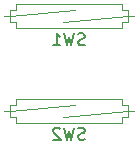
<source format=gbr>
%TF.GenerationSoftware,KiCad,Pcbnew,(5.1.9)-1*%
%TF.CreationDate,2022-04-21T22:08:42+02:00*%
%TF.ProjectId,Sensors,53656e73-6f72-4732-9e6b-696361645f70,Rev.01*%
%TF.SameCoordinates,Original*%
%TF.FileFunction,Legend,Bot*%
%TF.FilePolarity,Positive*%
%FSLAX46Y46*%
G04 Gerber Fmt 4.6, Leading zero omitted, Abs format (unit mm)*
G04 Created by KiCad (PCBNEW (5.1.9)-1) date 2022-04-21 22:08:42*
%MOMM*%
%LPD*%
G01*
G04 APERTURE LIST*
%ADD10C,0.120000*%
%ADD11C,0.150000*%
G04 APERTURE END LIST*
D10*
%TO.C,SW1*%
X75000000Y-46500000D02*
X75000000Y-45500000D01*
X75000000Y-45500000D02*
X75500000Y-45500000D01*
X75500000Y-45500000D02*
X75500000Y-45000000D01*
X75500000Y-45000000D02*
X84500000Y-45000000D01*
X84500000Y-45000000D02*
X84500000Y-45500000D01*
X84500000Y-45500000D02*
X85000000Y-45500000D01*
X85000000Y-45500000D02*
X85000000Y-46500000D01*
X85000000Y-46500000D02*
X84500000Y-46500000D01*
X84500000Y-46500000D02*
X84500000Y-47000000D01*
X84500000Y-47000000D02*
X75500000Y-47000000D01*
X75500000Y-47000000D02*
X75500000Y-46500000D01*
X75500000Y-46500000D02*
X75000000Y-46500000D01*
X75000000Y-46000000D02*
X74500000Y-46000000D01*
X85000000Y-46000000D02*
X85500000Y-46000000D01*
X75000000Y-46000000D02*
X80500000Y-45500000D01*
X79500000Y-46500000D02*
X85000000Y-46000000D01*
%TO.C,SW2*%
X79500000Y-54500000D02*
X85000000Y-54000000D01*
X75000000Y-54000000D02*
X80500000Y-53500000D01*
X85000000Y-54000000D02*
X85500000Y-54000000D01*
X75000000Y-54000000D02*
X74500000Y-54000000D01*
X75500000Y-54500000D02*
X75000000Y-54500000D01*
X75500000Y-55000000D02*
X75500000Y-54500000D01*
X84500000Y-55000000D02*
X75500000Y-55000000D01*
X84500000Y-54500000D02*
X84500000Y-55000000D01*
X85000000Y-54500000D02*
X84500000Y-54500000D01*
X85000000Y-53500000D02*
X85000000Y-54500000D01*
X84500000Y-53500000D02*
X85000000Y-53500000D01*
X84500000Y-53000000D02*
X84500000Y-53500000D01*
X75500000Y-53000000D02*
X84500000Y-53000000D01*
X75500000Y-53500000D02*
X75500000Y-53000000D01*
X75000000Y-53500000D02*
X75500000Y-53500000D01*
X75000000Y-54500000D02*
X75000000Y-53500000D01*
%TO.C,SW1*%
D11*
X81333333Y-48404761D02*
X81190476Y-48452380D01*
X80952380Y-48452380D01*
X80857142Y-48404761D01*
X80809523Y-48357142D01*
X80761904Y-48261904D01*
X80761904Y-48166666D01*
X80809523Y-48071428D01*
X80857142Y-48023809D01*
X80952380Y-47976190D01*
X81142857Y-47928571D01*
X81238095Y-47880952D01*
X81285714Y-47833333D01*
X81333333Y-47738095D01*
X81333333Y-47642857D01*
X81285714Y-47547619D01*
X81238095Y-47500000D01*
X81142857Y-47452380D01*
X80904761Y-47452380D01*
X80761904Y-47500000D01*
X80428571Y-47452380D02*
X80190476Y-48452380D01*
X80000000Y-47738095D01*
X79809523Y-48452380D01*
X79571428Y-47452380D01*
X78666666Y-48452380D02*
X79238095Y-48452380D01*
X78952380Y-48452380D02*
X78952380Y-47452380D01*
X79047619Y-47595238D01*
X79142857Y-47690476D01*
X79238095Y-47738095D01*
%TO.C,SW2*%
X81333333Y-56404761D02*
X81190476Y-56452380D01*
X80952380Y-56452380D01*
X80857142Y-56404761D01*
X80809523Y-56357142D01*
X80761904Y-56261904D01*
X80761904Y-56166666D01*
X80809523Y-56071428D01*
X80857142Y-56023809D01*
X80952380Y-55976190D01*
X81142857Y-55928571D01*
X81238095Y-55880952D01*
X81285714Y-55833333D01*
X81333333Y-55738095D01*
X81333333Y-55642857D01*
X81285714Y-55547619D01*
X81238095Y-55500000D01*
X81142857Y-55452380D01*
X80904761Y-55452380D01*
X80761904Y-55500000D01*
X80428571Y-55452380D02*
X80190476Y-56452380D01*
X80000000Y-55738095D01*
X79809523Y-56452380D01*
X79571428Y-55452380D01*
X79238095Y-55547619D02*
X79190476Y-55500000D01*
X79095238Y-55452380D01*
X78857142Y-55452380D01*
X78761904Y-55500000D01*
X78714285Y-55547619D01*
X78666666Y-55642857D01*
X78666666Y-55738095D01*
X78714285Y-55880952D01*
X79285714Y-56452380D01*
X78666666Y-56452380D01*
%TD*%
M02*

</source>
